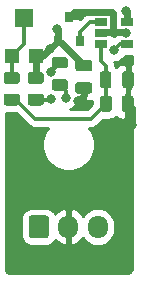
<source format=gbr>
G04 #@! TF.GenerationSoftware,KiCad,Pcbnew,(5.1.9)-1*
G04 #@! TF.CreationDate,2021-02-01T13:16:18+01:00*
G04 #@! TF.ProjectId,HallSingle,48616c6c-5369-46e6-976c-652e6b696361,rev?*
G04 #@! TF.SameCoordinates,Original*
G04 #@! TF.FileFunction,Copper,L1,Top*
G04 #@! TF.FilePolarity,Positive*
%FSLAX46Y46*%
G04 Gerber Fmt 4.6, Leading zero omitted, Abs format (unit mm)*
G04 Created by KiCad (PCBNEW (5.1.9)-1) date 2021-02-01 13:16:18*
%MOMM*%
%LPD*%
G01*
G04 APERTURE LIST*
G04 #@! TA.AperFunction,ComponentPad*
%ADD10O,1.700000X1.950000*%
G04 #@! TD*
G04 #@! TA.AperFunction,SMDPad,CuDef*
%ADD11R,1.600000X1.500000*%
G04 #@! TD*
G04 #@! TA.AperFunction,SMDPad,CuDef*
%ADD12R,1.200000X1.200000*%
G04 #@! TD*
G04 #@! TA.AperFunction,SMDPad,CuDef*
%ADD13R,1.060000X0.650000*%
G04 #@! TD*
G04 #@! TA.AperFunction,SMDPad,CuDef*
%ADD14R,0.800000X0.900000*%
G04 #@! TD*
G04 #@! TA.AperFunction,ViaPad*
%ADD15C,0.800000*%
G04 #@! TD*
G04 #@! TA.AperFunction,Conductor*
%ADD16C,0.609600*%
G04 #@! TD*
G04 #@! TA.AperFunction,Conductor*
%ADD17C,0.304800*%
G04 #@! TD*
G04 #@! TA.AperFunction,Conductor*
%ADD18C,0.254000*%
G04 #@! TD*
G04 #@! TA.AperFunction,Conductor*
%ADD19C,0.100000*%
G04 #@! TD*
G04 APERTURE END LIST*
G04 #@! TA.AperFunction,SMDPad,CuDef*
G36*
G01*
X140773999Y-64662000D02*
X141674001Y-64662000D01*
G75*
G02*
X141924000Y-64911999I0J-249999D01*
G01*
X141924000Y-65437001D01*
G75*
G02*
X141674001Y-65687000I-249999J0D01*
G01*
X140773999Y-65687000D01*
G75*
G02*
X140524000Y-65437001I0J249999D01*
G01*
X140524000Y-64911999D01*
G75*
G02*
X140773999Y-64662000I249999J0D01*
G01*
G37*
G04 #@! TD.AperFunction*
G04 #@! TA.AperFunction,SMDPad,CuDef*
G36*
G01*
X140773999Y-62837000D02*
X141674001Y-62837000D01*
G75*
G02*
X141924000Y-63086999I0J-249999D01*
G01*
X141924000Y-63612001D01*
G75*
G02*
X141674001Y-63862000I-249999J0D01*
G01*
X140773999Y-63862000D01*
G75*
G02*
X140524000Y-63612001I0J249999D01*
G01*
X140524000Y-63086999D01*
G75*
G02*
X140773999Y-62837000I249999J0D01*
G01*
G37*
G04 #@! TD.AperFunction*
G04 #@! TA.AperFunction,SMDPad,CuDef*
G36*
G01*
X148482000Y-65982001D02*
X148482000Y-65081999D01*
G75*
G02*
X148731999Y-64832000I249999J0D01*
G01*
X149257001Y-64832000D01*
G75*
G02*
X149507000Y-65081999I0J-249999D01*
G01*
X149507000Y-65982001D01*
G75*
G02*
X149257001Y-66232000I-249999J0D01*
G01*
X148731999Y-66232000D01*
G75*
G02*
X148482000Y-65982001I0J249999D01*
G01*
G37*
G04 #@! TD.AperFunction*
G04 #@! TA.AperFunction,SMDPad,CuDef*
G36*
G01*
X146657000Y-65982001D02*
X146657000Y-65081999D01*
G75*
G02*
X146906999Y-64832000I249999J0D01*
G01*
X147432001Y-64832000D01*
G75*
G02*
X147682000Y-65081999I0J-249999D01*
G01*
X147682000Y-65982001D01*
G75*
G02*
X147432001Y-66232000I-249999J0D01*
G01*
X146906999Y-66232000D01*
G75*
G02*
X146657000Y-65982001I0J249999D01*
G01*
G37*
G04 #@! TD.AperFunction*
G04 #@! TA.AperFunction,SMDPad,CuDef*
G36*
G01*
X138741999Y-64662000D02*
X139642001Y-64662000D01*
G75*
G02*
X139892000Y-64911999I0J-249999D01*
G01*
X139892000Y-65437001D01*
G75*
G02*
X139642001Y-65687000I-249999J0D01*
G01*
X138741999Y-65687000D01*
G75*
G02*
X138492000Y-65437001I0J249999D01*
G01*
X138492000Y-64911999D01*
G75*
G02*
X138741999Y-64662000I249999J0D01*
G01*
G37*
G04 #@! TD.AperFunction*
G04 #@! TA.AperFunction,SMDPad,CuDef*
G36*
G01*
X138741999Y-62837000D02*
X139642001Y-62837000D01*
G75*
G02*
X139892000Y-63086999I0J-249999D01*
G01*
X139892000Y-63612001D01*
G75*
G02*
X139642001Y-63862000I-249999J0D01*
G01*
X138741999Y-63862000D01*
G75*
G02*
X138492000Y-63612001I0J249999D01*
G01*
X138492000Y-63086999D01*
G75*
G02*
X138741999Y-62837000I249999J0D01*
G01*
G37*
G04 #@! TD.AperFunction*
D10*
X146478000Y-75946000D03*
X143978000Y-75946000D03*
G04 #@! TA.AperFunction,ComponentPad*
G36*
G01*
X140628000Y-76671000D02*
X140628000Y-75221000D01*
G75*
G02*
X140878000Y-74971000I250000J0D01*
G01*
X142078000Y-74971000D01*
G75*
G02*
X142328000Y-75221000I0J-250000D01*
G01*
X142328000Y-76671000D01*
G75*
G02*
X142078000Y-76921000I-250000J0D01*
G01*
X140878000Y-76921000D01*
G75*
G02*
X140628000Y-76671000I0J250000D01*
G01*
G37*
G04 #@! TD.AperFunction*
G04 #@! TA.AperFunction,SMDPad,CuDef*
G36*
G01*
X144813000Y-63696000D02*
X145763000Y-63696000D01*
G75*
G02*
X146013000Y-63946000I0J-250000D01*
G01*
X146013000Y-64446000D01*
G75*
G02*
X145763000Y-64696000I-250000J0D01*
G01*
X144813000Y-64696000D01*
G75*
G02*
X144563000Y-64446000I0J250000D01*
G01*
X144563000Y-63946000D01*
G75*
G02*
X144813000Y-63696000I250000J0D01*
G01*
G37*
G04 #@! TD.AperFunction*
G04 #@! TA.AperFunction,SMDPad,CuDef*
G36*
G01*
X144813000Y-61796000D02*
X145763000Y-61796000D01*
G75*
G02*
X146013000Y-62046000I0J-250000D01*
G01*
X146013000Y-62546000D01*
G75*
G02*
X145763000Y-62796000I-250000J0D01*
G01*
X144813000Y-62796000D01*
G75*
G02*
X144563000Y-62546000I0J250000D01*
G01*
X144563000Y-62046000D01*
G75*
G02*
X144813000Y-61796000I250000J0D01*
G01*
G37*
G04 #@! TD.AperFunction*
G04 #@! TA.AperFunction,SMDPad,CuDef*
G36*
G01*
X148532000Y-63975000D02*
X148532000Y-63025000D01*
G75*
G02*
X148782000Y-62775000I250000J0D01*
G01*
X149282000Y-62775000D01*
G75*
G02*
X149532000Y-63025000I0J-250000D01*
G01*
X149532000Y-63975000D01*
G75*
G02*
X149282000Y-64225000I-250000J0D01*
G01*
X148782000Y-64225000D01*
G75*
G02*
X148532000Y-63975000I0J250000D01*
G01*
G37*
G04 #@! TD.AperFunction*
G04 #@! TA.AperFunction,SMDPad,CuDef*
G36*
G01*
X146632000Y-63975000D02*
X146632000Y-63025000D01*
G75*
G02*
X146882000Y-62775000I250000J0D01*
G01*
X147382000Y-62775000D01*
G75*
G02*
X147632000Y-63025000I0J-250000D01*
G01*
X147632000Y-63975000D01*
G75*
G02*
X147382000Y-64225000I-250000J0D01*
G01*
X146882000Y-64225000D01*
G75*
G02*
X146632000Y-63975000I0J250000D01*
G01*
G37*
G04 #@! TD.AperFunction*
D11*
X140208000Y-58240000D03*
D12*
X141208000Y-61490000D03*
X139208000Y-61490000D03*
D13*
X148928000Y-58600000D03*
X148928000Y-60500000D03*
X146728000Y-60500000D03*
X146728000Y-59550000D03*
X146728000Y-58600000D03*
D14*
X143068000Y-60182000D03*
X144968000Y-60182000D03*
X144018000Y-58182000D03*
G04 #@! TA.AperFunction,SMDPad,CuDef*
G36*
G01*
X143712250Y-62542000D02*
X142799750Y-62542000D01*
G75*
G02*
X142556000Y-62298250I0J243750D01*
G01*
X142556000Y-61810750D01*
G75*
G02*
X142799750Y-61567000I243750J0D01*
G01*
X143712250Y-61567000D01*
G75*
G02*
X143956000Y-61810750I0J-243750D01*
G01*
X143956000Y-62298250D01*
G75*
G02*
X143712250Y-62542000I-243750J0D01*
G01*
G37*
G04 #@! TD.AperFunction*
G04 #@! TA.AperFunction,SMDPad,CuDef*
G36*
G01*
X143712250Y-64417000D02*
X142799750Y-64417000D01*
G75*
G02*
X142556000Y-64173250I0J243750D01*
G01*
X142556000Y-63685750D01*
G75*
G02*
X142799750Y-63442000I243750J0D01*
G01*
X143712250Y-63442000D01*
G75*
G02*
X143956000Y-63685750I0J-243750D01*
G01*
X143956000Y-64173250D01*
G75*
G02*
X143712250Y-64417000I-243750J0D01*
G01*
G37*
G04 #@! TD.AperFunction*
D15*
X148844000Y-59571798D03*
X144780000Y-65278000D03*
X149352000Y-67310000D03*
X148844000Y-57658000D03*
X143002000Y-59182000D03*
X142392000Y-60858000D03*
X143764000Y-65024000D03*
X147861238Y-60960000D03*
X142527200Y-62849196D03*
X142494000Y-65124699D03*
D16*
X144433001Y-57766999D02*
X144018000Y-58182000D01*
X147664401Y-59433001D02*
X147766001Y-59331401D01*
X146728000Y-59550000D02*
X146844999Y-59433001D01*
X146844999Y-59433001D02*
X147664401Y-59433001D01*
X147766001Y-59331401D02*
X147766001Y-57868599D01*
X147766001Y-57868599D02*
X147664401Y-57766999D01*
X147664401Y-57766999D02*
X144433001Y-57766999D01*
X148705203Y-59433001D02*
X148844000Y-59571798D01*
X147664401Y-59433001D02*
X148705203Y-59433001D01*
X145288000Y-64770000D02*
X144780000Y-65278000D01*
X145288000Y-64196000D02*
X145288000Y-64770000D01*
X149352000Y-65889500D02*
X148994500Y-65532000D01*
X149352000Y-67310000D02*
X149352000Y-65889500D01*
D17*
X146728000Y-60500000D02*
X146728000Y-60622000D01*
X145905899Y-66795601D02*
X147169500Y-65532000D01*
X141154601Y-66795601D02*
X145905899Y-66795601D01*
X139192000Y-64833000D02*
X141154601Y-66795601D01*
X146728000Y-61892000D02*
X146728000Y-60500000D01*
X147169500Y-62333500D02*
X146728000Y-61892000D01*
X147169500Y-65532000D02*
X147169500Y-62333500D01*
D16*
X148928000Y-57742000D02*
X148844000Y-57658000D01*
X148928000Y-58600000D02*
X148928000Y-57742000D01*
X143068000Y-59248000D02*
X143002000Y-59182000D01*
X143068000Y-60182000D02*
X143068000Y-59248000D01*
X141760000Y-61490000D02*
X142392000Y-60858000D01*
X141208000Y-61490000D02*
X141760000Y-61490000D01*
X141208000Y-62945000D02*
X141208000Y-61490000D01*
X140970000Y-63183000D02*
X141208000Y-62945000D01*
X143068000Y-60182000D02*
X143227000Y-60182000D01*
X142392000Y-60858000D02*
X143068000Y-60182000D01*
X145034000Y-62012402D02*
X145034000Y-62217000D01*
X143203598Y-60182000D02*
X145034000Y-62012402D01*
X143068000Y-60182000D02*
X143203598Y-60182000D01*
D17*
X148600000Y-60500000D02*
X148600000Y-60500000D01*
X143764000Y-64437500D02*
X143764000Y-65024000D01*
X143256000Y-63929500D02*
X143764000Y-64437500D01*
X148321238Y-60500000D02*
X147861238Y-60960000D01*
X148928000Y-60500000D02*
X148321238Y-60500000D01*
X140208000Y-60490000D02*
X139208000Y-61490000D01*
X140208000Y-58240000D02*
X140208000Y-60490000D01*
X139208000Y-63167000D02*
X139192000Y-63183000D01*
X139208000Y-61490000D02*
X139208000Y-63167000D01*
X146451000Y-58610500D02*
X146453500Y-58608000D01*
X144968000Y-60182000D02*
X144968000Y-59427200D01*
X144968000Y-59427200D02*
X145795200Y-58600000D01*
X145795200Y-58600000D02*
X146728000Y-58600000D01*
X142527200Y-62783300D02*
X143256000Y-62054500D01*
X142527200Y-62849196D02*
X142527200Y-62783300D01*
X141224000Y-65174500D02*
X142444199Y-65174500D01*
X142444199Y-65174500D02*
X142494000Y-65124699D01*
D18*
X149340000Y-62139681D02*
X149317750Y-62140000D01*
X149159000Y-62298750D01*
X149159000Y-63373000D01*
X149179000Y-63373000D01*
X149179000Y-63627000D01*
X149159000Y-63627000D01*
X149159000Y-64318250D01*
X149121500Y-64355750D01*
X149121500Y-65405000D01*
X149141500Y-65405000D01*
X149141500Y-65659000D01*
X149121500Y-65659000D01*
X149121500Y-66708250D01*
X149280250Y-66867000D01*
X149340000Y-66867809D01*
X149340001Y-79467711D01*
X149330420Y-79565424D01*
X149311420Y-79628357D01*
X149280554Y-79686406D01*
X149239011Y-79737343D01*
X149188356Y-79779248D01*
X149130529Y-79810515D01*
X149067728Y-79829956D01*
X148972165Y-79840000D01*
X139032279Y-79840000D01*
X138934576Y-79830420D01*
X138871643Y-79811420D01*
X138813594Y-79780554D01*
X138762657Y-79739011D01*
X138720752Y-79688356D01*
X138689485Y-79630529D01*
X138670044Y-79567728D01*
X138660000Y-79472165D01*
X138660000Y-75221000D01*
X139989928Y-75221000D01*
X139989928Y-76671000D01*
X140006992Y-76844254D01*
X140057528Y-77010850D01*
X140139595Y-77164386D01*
X140250038Y-77298962D01*
X140384614Y-77409405D01*
X140538150Y-77491472D01*
X140704746Y-77542008D01*
X140878000Y-77559072D01*
X142078000Y-77559072D01*
X142251254Y-77542008D01*
X142417850Y-77491472D01*
X142571386Y-77409405D01*
X142705962Y-77298962D01*
X142816405Y-77164386D01*
X142872714Y-77059039D01*
X142888951Y-77080429D01*
X143106807Y-77273496D01*
X143358142Y-77420352D01*
X143621110Y-77512476D01*
X143851000Y-77391155D01*
X143851000Y-76073000D01*
X143831000Y-76073000D01*
X143831000Y-75819000D01*
X143851000Y-75819000D01*
X143851000Y-74500845D01*
X144105000Y-74500845D01*
X144105000Y-75819000D01*
X144125000Y-75819000D01*
X144125000Y-76073000D01*
X144105000Y-76073000D01*
X144105000Y-77391155D01*
X144334890Y-77512476D01*
X144597858Y-77420352D01*
X144849193Y-77273496D01*
X145067049Y-77080429D01*
X145223538Y-76874278D01*
X145237294Y-76900014D01*
X145422866Y-77126134D01*
X145648987Y-77311706D01*
X145906967Y-77449599D01*
X146186890Y-77534513D01*
X146478000Y-77563185D01*
X146769111Y-77534513D01*
X147049034Y-77449599D01*
X147307014Y-77311706D01*
X147533134Y-77126134D01*
X147718706Y-76900014D01*
X147856599Y-76642033D01*
X147941513Y-76362110D01*
X147963000Y-76143949D01*
X147963000Y-75748050D01*
X147941513Y-75529889D01*
X147856599Y-75249966D01*
X147718706Y-74991986D01*
X147533134Y-74765866D01*
X147307013Y-74580294D01*
X147049033Y-74442401D01*
X146769110Y-74357487D01*
X146478000Y-74328815D01*
X146186889Y-74357487D01*
X145906966Y-74442401D01*
X145648986Y-74580294D01*
X145422866Y-74765866D01*
X145237294Y-74991987D01*
X145223538Y-75017722D01*
X145067049Y-74811571D01*
X144849193Y-74618504D01*
X144597858Y-74471648D01*
X144334890Y-74379524D01*
X144105000Y-74500845D01*
X143851000Y-74500845D01*
X143621110Y-74379524D01*
X143358142Y-74471648D01*
X143106807Y-74618504D01*
X142888951Y-74811571D01*
X142872714Y-74832961D01*
X142816405Y-74727614D01*
X142705962Y-74593038D01*
X142571386Y-74482595D01*
X142417850Y-74400528D01*
X142251254Y-74349992D01*
X142078000Y-74332928D01*
X140878000Y-74332928D01*
X140704746Y-74349992D01*
X140538150Y-74400528D01*
X140384614Y-74482595D01*
X140250038Y-74593038D01*
X140139595Y-74727614D01*
X140057528Y-74881150D01*
X140006992Y-75047746D01*
X139989928Y-75221000D01*
X138660000Y-75221000D01*
X138660000Y-66316996D01*
X138741999Y-66325072D01*
X139570522Y-66325072D01*
X140570478Y-67325029D01*
X140595132Y-67355070D01*
X140625171Y-67379722D01*
X140715028Y-67453467D01*
X140851818Y-67526583D01*
X141000244Y-67571607D01*
X141115928Y-67583001D01*
X141115938Y-67583001D01*
X141154601Y-67586809D01*
X141193264Y-67583001D01*
X142258797Y-67583001D01*
X142019369Y-67941331D01*
X141850890Y-68348075D01*
X141765000Y-68779872D01*
X141765000Y-69220128D01*
X141850890Y-69651925D01*
X142019369Y-70058669D01*
X142263962Y-70424729D01*
X142575271Y-70736038D01*
X142941331Y-70980631D01*
X143348075Y-71149110D01*
X143779872Y-71235000D01*
X144220128Y-71235000D01*
X144651925Y-71149110D01*
X145058669Y-70980631D01*
X145424729Y-70736038D01*
X145736038Y-70424729D01*
X145980631Y-70058669D01*
X146149110Y-69651925D01*
X146235000Y-69220128D01*
X146235000Y-68779872D01*
X146149110Y-68348075D01*
X145980631Y-67941331D01*
X145741203Y-67583001D01*
X145867236Y-67583001D01*
X145905899Y-67586809D01*
X145944562Y-67583001D01*
X145944572Y-67583001D01*
X146060256Y-67571607D01*
X146208682Y-67526583D01*
X146345471Y-67453467D01*
X146465368Y-67355070D01*
X146490026Y-67325024D01*
X146944979Y-66870072D01*
X147432001Y-66870072D01*
X147605255Y-66853008D01*
X147771851Y-66802472D01*
X147925387Y-66720405D01*
X148006637Y-66653724D01*
X148030815Y-66683185D01*
X148127506Y-66762537D01*
X148237820Y-66821502D01*
X148357518Y-66857812D01*
X148482000Y-66870072D01*
X148708750Y-66867000D01*
X148867500Y-66708250D01*
X148867500Y-65659000D01*
X148847500Y-65659000D01*
X148847500Y-65405000D01*
X148867500Y-65405000D01*
X148867500Y-64738750D01*
X148905000Y-64701250D01*
X148905000Y-63627000D01*
X148885000Y-63627000D01*
X148885000Y-63373000D01*
X148905000Y-63373000D01*
X148905000Y-62298750D01*
X148746250Y-62140000D01*
X148532000Y-62136928D01*
X148407518Y-62149188D01*
X148287820Y-62185498D01*
X148177506Y-62244463D01*
X148080815Y-62323815D01*
X148015342Y-62403594D01*
X148009962Y-62397038D01*
X147958601Y-62354888D01*
X147960708Y-62333499D01*
X147956900Y-62294836D01*
X147956900Y-62294827D01*
X147945506Y-62179143D01*
X147900482Y-62030717D01*
X147881391Y-61995000D01*
X147963177Y-61995000D01*
X148163136Y-61955226D01*
X148351494Y-61877205D01*
X148521012Y-61763937D01*
X148665175Y-61619774D01*
X148769880Y-61463072D01*
X149340000Y-61463072D01*
X149340000Y-62139681D01*
G04 #@! TA.AperFunction,Conductor*
D19*
G36*
X149340000Y-62139681D02*
G01*
X149317750Y-62140000D01*
X149159000Y-62298750D01*
X149159000Y-63373000D01*
X149179000Y-63373000D01*
X149179000Y-63627000D01*
X149159000Y-63627000D01*
X149159000Y-64318250D01*
X149121500Y-64355750D01*
X149121500Y-65405000D01*
X149141500Y-65405000D01*
X149141500Y-65659000D01*
X149121500Y-65659000D01*
X149121500Y-66708250D01*
X149280250Y-66867000D01*
X149340000Y-66867809D01*
X149340001Y-79467711D01*
X149330420Y-79565424D01*
X149311420Y-79628357D01*
X149280554Y-79686406D01*
X149239011Y-79737343D01*
X149188356Y-79779248D01*
X149130529Y-79810515D01*
X149067728Y-79829956D01*
X148972165Y-79840000D01*
X139032279Y-79840000D01*
X138934576Y-79830420D01*
X138871643Y-79811420D01*
X138813594Y-79780554D01*
X138762657Y-79739011D01*
X138720752Y-79688356D01*
X138689485Y-79630529D01*
X138670044Y-79567728D01*
X138660000Y-79472165D01*
X138660000Y-75221000D01*
X139989928Y-75221000D01*
X139989928Y-76671000D01*
X140006992Y-76844254D01*
X140057528Y-77010850D01*
X140139595Y-77164386D01*
X140250038Y-77298962D01*
X140384614Y-77409405D01*
X140538150Y-77491472D01*
X140704746Y-77542008D01*
X140878000Y-77559072D01*
X142078000Y-77559072D01*
X142251254Y-77542008D01*
X142417850Y-77491472D01*
X142571386Y-77409405D01*
X142705962Y-77298962D01*
X142816405Y-77164386D01*
X142872714Y-77059039D01*
X142888951Y-77080429D01*
X143106807Y-77273496D01*
X143358142Y-77420352D01*
X143621110Y-77512476D01*
X143851000Y-77391155D01*
X143851000Y-76073000D01*
X143831000Y-76073000D01*
X143831000Y-75819000D01*
X143851000Y-75819000D01*
X143851000Y-74500845D01*
X144105000Y-74500845D01*
X144105000Y-75819000D01*
X144125000Y-75819000D01*
X144125000Y-76073000D01*
X144105000Y-76073000D01*
X144105000Y-77391155D01*
X144334890Y-77512476D01*
X144597858Y-77420352D01*
X144849193Y-77273496D01*
X145067049Y-77080429D01*
X145223538Y-76874278D01*
X145237294Y-76900014D01*
X145422866Y-77126134D01*
X145648987Y-77311706D01*
X145906967Y-77449599D01*
X146186890Y-77534513D01*
X146478000Y-77563185D01*
X146769111Y-77534513D01*
X147049034Y-77449599D01*
X147307014Y-77311706D01*
X147533134Y-77126134D01*
X147718706Y-76900014D01*
X147856599Y-76642033D01*
X147941513Y-76362110D01*
X147963000Y-76143949D01*
X147963000Y-75748050D01*
X147941513Y-75529889D01*
X147856599Y-75249966D01*
X147718706Y-74991986D01*
X147533134Y-74765866D01*
X147307013Y-74580294D01*
X147049033Y-74442401D01*
X146769110Y-74357487D01*
X146478000Y-74328815D01*
X146186889Y-74357487D01*
X145906966Y-74442401D01*
X145648986Y-74580294D01*
X145422866Y-74765866D01*
X145237294Y-74991987D01*
X145223538Y-75017722D01*
X145067049Y-74811571D01*
X144849193Y-74618504D01*
X144597858Y-74471648D01*
X144334890Y-74379524D01*
X144105000Y-74500845D01*
X143851000Y-74500845D01*
X143621110Y-74379524D01*
X143358142Y-74471648D01*
X143106807Y-74618504D01*
X142888951Y-74811571D01*
X142872714Y-74832961D01*
X142816405Y-74727614D01*
X142705962Y-74593038D01*
X142571386Y-74482595D01*
X142417850Y-74400528D01*
X142251254Y-74349992D01*
X142078000Y-74332928D01*
X140878000Y-74332928D01*
X140704746Y-74349992D01*
X140538150Y-74400528D01*
X140384614Y-74482595D01*
X140250038Y-74593038D01*
X140139595Y-74727614D01*
X140057528Y-74881150D01*
X140006992Y-75047746D01*
X139989928Y-75221000D01*
X138660000Y-75221000D01*
X138660000Y-66316996D01*
X138741999Y-66325072D01*
X139570522Y-66325072D01*
X140570478Y-67325029D01*
X140595132Y-67355070D01*
X140625171Y-67379722D01*
X140715028Y-67453467D01*
X140851818Y-67526583D01*
X141000244Y-67571607D01*
X141115928Y-67583001D01*
X141115938Y-67583001D01*
X141154601Y-67586809D01*
X141193264Y-67583001D01*
X142258797Y-67583001D01*
X142019369Y-67941331D01*
X141850890Y-68348075D01*
X141765000Y-68779872D01*
X141765000Y-69220128D01*
X141850890Y-69651925D01*
X142019369Y-70058669D01*
X142263962Y-70424729D01*
X142575271Y-70736038D01*
X142941331Y-70980631D01*
X143348075Y-71149110D01*
X143779872Y-71235000D01*
X144220128Y-71235000D01*
X144651925Y-71149110D01*
X145058669Y-70980631D01*
X145424729Y-70736038D01*
X145736038Y-70424729D01*
X145980631Y-70058669D01*
X146149110Y-69651925D01*
X146235000Y-69220128D01*
X146235000Y-68779872D01*
X146149110Y-68348075D01*
X145980631Y-67941331D01*
X145741203Y-67583001D01*
X145867236Y-67583001D01*
X145905899Y-67586809D01*
X145944562Y-67583001D01*
X145944572Y-67583001D01*
X146060256Y-67571607D01*
X146208682Y-67526583D01*
X146345471Y-67453467D01*
X146465368Y-67355070D01*
X146490026Y-67325024D01*
X146944979Y-66870072D01*
X147432001Y-66870072D01*
X147605255Y-66853008D01*
X147771851Y-66802472D01*
X147925387Y-66720405D01*
X148006637Y-66653724D01*
X148030815Y-66683185D01*
X148127506Y-66762537D01*
X148237820Y-66821502D01*
X148357518Y-66857812D01*
X148482000Y-66870072D01*
X148708750Y-66867000D01*
X148867500Y-66708250D01*
X148867500Y-65659000D01*
X148847500Y-65659000D01*
X148847500Y-65405000D01*
X148867500Y-65405000D01*
X148867500Y-64738750D01*
X148905000Y-64701250D01*
X148905000Y-63627000D01*
X148885000Y-63627000D01*
X148885000Y-63373000D01*
X148905000Y-63373000D01*
X148905000Y-62298750D01*
X148746250Y-62140000D01*
X148532000Y-62136928D01*
X148407518Y-62149188D01*
X148287820Y-62185498D01*
X148177506Y-62244463D01*
X148080815Y-62323815D01*
X148015342Y-62403594D01*
X148009962Y-62397038D01*
X147958601Y-62354888D01*
X147960708Y-62333499D01*
X147956900Y-62294836D01*
X147956900Y-62294827D01*
X147945506Y-62179143D01*
X147900482Y-62030717D01*
X147881391Y-61995000D01*
X147963177Y-61995000D01*
X148163136Y-61955226D01*
X148351494Y-61877205D01*
X148521012Y-61763937D01*
X148665175Y-61619774D01*
X148769880Y-61463072D01*
X149340000Y-61463072D01*
X149340000Y-62139681D01*
G37*
G04 #@! TD.AperFunction*
D18*
X145415000Y-64069000D02*
X145435000Y-64069000D01*
X145435000Y-64323000D01*
X145415000Y-64323000D01*
X145415000Y-65172250D01*
X145573750Y-65331000D01*
X146013000Y-65334072D01*
X146018928Y-65333488D01*
X146018928Y-65569021D01*
X145579749Y-66008201D01*
X144092515Y-66008201D01*
X144254256Y-65941205D01*
X144423774Y-65827937D01*
X144567937Y-65683774D01*
X144681205Y-65514256D01*
X144756400Y-65332719D01*
X145002250Y-65331000D01*
X145161000Y-65172250D01*
X145161000Y-64323000D01*
X145141000Y-64323000D01*
X145141000Y-64069000D01*
X145161000Y-64069000D01*
X145161000Y-64049000D01*
X145415000Y-64049000D01*
X145415000Y-64069000D01*
G04 #@! TA.AperFunction,Conductor*
D19*
G36*
X145415000Y-64069000D02*
G01*
X145435000Y-64069000D01*
X145435000Y-64323000D01*
X145415000Y-64323000D01*
X145415000Y-65172250D01*
X145573750Y-65331000D01*
X146013000Y-65334072D01*
X146018928Y-65333488D01*
X146018928Y-65569021D01*
X145579749Y-66008201D01*
X144092515Y-66008201D01*
X144254256Y-65941205D01*
X144423774Y-65827937D01*
X144567937Y-65683774D01*
X144681205Y-65514256D01*
X144756400Y-65332719D01*
X145002250Y-65331000D01*
X145161000Y-65172250D01*
X145161000Y-64323000D01*
X145141000Y-64323000D01*
X145141000Y-64069000D01*
X145161000Y-64069000D01*
X145161000Y-64049000D01*
X145415000Y-64049000D01*
X145415000Y-64069000D01*
G37*
G04 #@! TD.AperFunction*
D18*
X147946815Y-59376185D02*
X148043506Y-59455537D01*
X148153820Y-59514502D01*
X148270841Y-59550000D01*
X148153820Y-59585498D01*
X148043506Y-59644463D01*
X147946815Y-59723815D01*
X147872103Y-59814853D01*
X147734250Y-59677000D01*
X147652141Y-59677000D01*
X147612494Y-59644463D01*
X147502180Y-59585498D01*
X147385159Y-59550000D01*
X147502180Y-59514502D01*
X147612494Y-59455537D01*
X147652141Y-59423000D01*
X147734250Y-59423000D01*
X147872103Y-59285147D01*
X147946815Y-59376185D01*
G04 #@! TA.AperFunction,Conductor*
D19*
G36*
X147946815Y-59376185D02*
G01*
X148043506Y-59455537D01*
X148153820Y-59514502D01*
X148270841Y-59550000D01*
X148153820Y-59585498D01*
X148043506Y-59644463D01*
X147946815Y-59723815D01*
X147872103Y-59814853D01*
X147734250Y-59677000D01*
X147652141Y-59677000D01*
X147612494Y-59644463D01*
X147502180Y-59585498D01*
X147385159Y-59550000D01*
X147502180Y-59514502D01*
X147612494Y-59455537D01*
X147652141Y-59423000D01*
X147734250Y-59423000D01*
X147872103Y-59285147D01*
X147946815Y-59376185D01*
G37*
G04 #@! TD.AperFunction*
D18*
X145953820Y-57685498D02*
X145843506Y-57744463D01*
X145761019Y-57812159D01*
X145756536Y-57812600D01*
X145756527Y-57812600D01*
X145640843Y-57823994D01*
X145492417Y-57869018D01*
X145355628Y-57942134D01*
X145355626Y-57942135D01*
X145355627Y-57942135D01*
X145265769Y-58015879D01*
X145265767Y-58015881D01*
X145235731Y-58040531D01*
X145211081Y-58070567D01*
X144933449Y-58348199D01*
X144894250Y-58309000D01*
X144145000Y-58309000D01*
X144145000Y-58329000D01*
X143891000Y-58329000D01*
X143891000Y-58309000D01*
X143871000Y-58309000D01*
X143871000Y-58055000D01*
X143891000Y-58055000D01*
X143891000Y-58035000D01*
X144145000Y-58035000D01*
X144145000Y-58055000D01*
X144894250Y-58055000D01*
X145053000Y-57896250D01*
X145056072Y-57732000D01*
X145048981Y-57660000D01*
X146037876Y-57660000D01*
X145953820Y-57685498D01*
G04 #@! TA.AperFunction,Conductor*
D19*
G36*
X145953820Y-57685498D02*
G01*
X145843506Y-57744463D01*
X145761019Y-57812159D01*
X145756536Y-57812600D01*
X145756527Y-57812600D01*
X145640843Y-57823994D01*
X145492417Y-57869018D01*
X145355628Y-57942134D01*
X145355626Y-57942135D01*
X145355627Y-57942135D01*
X145265769Y-58015879D01*
X145265767Y-58015881D01*
X145235731Y-58040531D01*
X145211081Y-58070567D01*
X144933449Y-58348199D01*
X144894250Y-58309000D01*
X144145000Y-58309000D01*
X144145000Y-58329000D01*
X143891000Y-58329000D01*
X143891000Y-58309000D01*
X143871000Y-58309000D01*
X143871000Y-58055000D01*
X143891000Y-58055000D01*
X143891000Y-58035000D01*
X144145000Y-58035000D01*
X144145000Y-58055000D01*
X144894250Y-58055000D01*
X145053000Y-57896250D01*
X145056072Y-57732000D01*
X145048981Y-57660000D01*
X146037876Y-57660000D01*
X145953820Y-57685498D01*
G37*
G04 #@! TD.AperFunction*
D18*
X147809000Y-57759939D02*
X147848132Y-57956671D01*
X147828000Y-57994335D01*
X147788537Y-57920506D01*
X147709185Y-57823815D01*
X147612494Y-57744463D01*
X147502180Y-57685498D01*
X147418124Y-57660000D01*
X147809000Y-57660000D01*
X147809000Y-57759939D01*
G04 #@! TA.AperFunction,Conductor*
D19*
G36*
X147809000Y-57759939D02*
G01*
X147848132Y-57956671D01*
X147828000Y-57994335D01*
X147788537Y-57920506D01*
X147709185Y-57823815D01*
X147612494Y-57744463D01*
X147502180Y-57685498D01*
X147418124Y-57660000D01*
X147809000Y-57660000D01*
X147809000Y-57759939D01*
G37*
G04 #@! TD.AperFunction*
M02*

</source>
